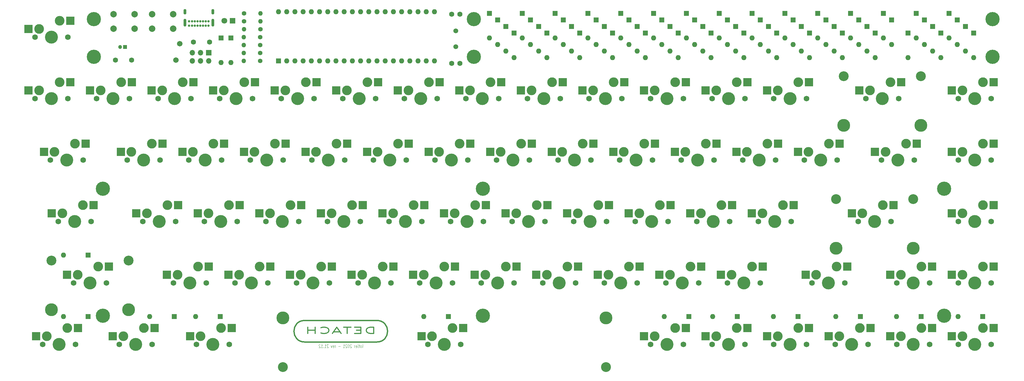
<source format=gbs>
G04 #@! TF.GenerationSoftware,KiCad,Pcbnew,(5.1.10)-1*
G04 #@! TF.CreationDate,2021-12-05T16:06:09-05:00*
G04 #@! TF.ProjectId,detach,64657461-6368-42e6-9b69-6361645f7063,rev?*
G04 #@! TF.SameCoordinates,Original*
G04 #@! TF.FileFunction,Soldermask,Bot*
G04 #@! TF.FilePolarity,Negative*
%FSLAX46Y46*%
G04 Gerber Fmt 4.6, Leading zero omitted, Abs format (unit mm)*
G04 Created by KiCad (PCBNEW (5.1.10)-1) date 2021-12-05 16:06:09*
%MOMM*%
%LPD*%
G01*
G04 APERTURE LIST*
%ADD10C,0.125000*%
%ADD11C,0.350000*%
%ADD12C,0.400000*%
%ADD13C,3.048000*%
%ADD14C,3.987800*%
%ADD15R,2.550000X2.500000*%
%ADD16C,1.750000*%
%ADD17C,4.000000*%
%ADD18C,3.000000*%
%ADD19C,1.710000*%
%ADD20O,1.600000X1.600000*%
%ADD21R,1.600000X1.600000*%
%ADD22C,4.400000*%
%ADD23O,1.400000X1.400000*%
%ADD24C,1.400000*%
%ADD25C,1.200000*%
%ADD26R,1.200000X1.200000*%
%ADD27C,1.600000*%
%ADD28C,1.500000*%
%ADD29C,1.800000*%
%ADD30R,1.800000X1.800000*%
%ADD31O,1.700000X1.700000*%
%ADD32R,1.700000X1.700000*%
%ADD33C,2.000000*%
%ADD34O,0.900000X1.700000*%
%ADD35O,0.900000X2.400000*%
%ADD36C,0.700000*%
G04 APERTURE END LIST*
D10*
X170509715Y-183390590D02*
X170581144Y-183342971D01*
X170616858Y-183247733D01*
X170616858Y-182390590D01*
X170116858Y-183390590D02*
X170188286Y-183342971D01*
X170224001Y-183295352D01*
X170259715Y-183200114D01*
X170259715Y-182914400D01*
X170224001Y-182819162D01*
X170188286Y-182771543D01*
X170116858Y-182723924D01*
X170009715Y-182723924D01*
X169938286Y-182771543D01*
X169902572Y-182819162D01*
X169866858Y-182914400D01*
X169866858Y-183200114D01*
X169902572Y-183295352D01*
X169938286Y-183342971D01*
X170009715Y-183390590D01*
X170116858Y-183390590D01*
X169652572Y-182723924D02*
X169366858Y-182723924D01*
X169545429Y-182390590D02*
X169545429Y-183247733D01*
X169509715Y-183342971D01*
X169438286Y-183390590D01*
X169366858Y-183390590D01*
X169116858Y-183390590D02*
X169116858Y-182723924D01*
X169116858Y-182390590D02*
X169152572Y-182438210D01*
X169116858Y-182485829D01*
X169081144Y-182438210D01*
X169116858Y-182390590D01*
X169116858Y-182485829D01*
X168474001Y-183342971D02*
X168545429Y-183390590D01*
X168688286Y-183390590D01*
X168759715Y-183342971D01*
X168795429Y-183247733D01*
X168795429Y-182866781D01*
X168759715Y-182771543D01*
X168688286Y-182723924D01*
X168545429Y-182723924D01*
X168474001Y-182771543D01*
X168438286Y-182866781D01*
X168438286Y-182962019D01*
X168795429Y-183057257D01*
X168116858Y-183390590D02*
X168116858Y-182723924D01*
X168116858Y-182914400D02*
X168081144Y-182819162D01*
X168045429Y-182771543D01*
X167974001Y-182723924D01*
X167902572Y-182723924D01*
X167116858Y-182485829D02*
X167081144Y-182438210D01*
X167009715Y-182390590D01*
X166831144Y-182390590D01*
X166759715Y-182438210D01*
X166724001Y-182485829D01*
X166688286Y-182581067D01*
X166688286Y-182676305D01*
X166724001Y-182819162D01*
X167152572Y-183390590D01*
X166688286Y-183390590D01*
X166224001Y-182390590D02*
X166152572Y-182390590D01*
X166081144Y-182438210D01*
X166045429Y-182485829D01*
X166009715Y-182581067D01*
X165974001Y-182771543D01*
X165974001Y-183009638D01*
X166009715Y-183200114D01*
X166045429Y-183295352D01*
X166081144Y-183342971D01*
X166152572Y-183390590D01*
X166224001Y-183390590D01*
X166295429Y-183342971D01*
X166331144Y-183295352D01*
X166366858Y-183200114D01*
X166402572Y-183009638D01*
X166402572Y-182771543D01*
X166366858Y-182581067D01*
X166331144Y-182485829D01*
X166295429Y-182438210D01*
X166224001Y-182390590D01*
X165688286Y-182485829D02*
X165652572Y-182438210D01*
X165581144Y-182390590D01*
X165402572Y-182390590D01*
X165331144Y-182438210D01*
X165295429Y-182485829D01*
X165259715Y-182581067D01*
X165259715Y-182676305D01*
X165295429Y-182819162D01*
X165724001Y-183390590D01*
X165259715Y-183390590D01*
X164545429Y-183390590D02*
X164974001Y-183390590D01*
X164759715Y-183390590D02*
X164759715Y-182390590D01*
X164831144Y-182533448D01*
X164902572Y-182628686D01*
X164974001Y-182676305D01*
X163652572Y-183009638D02*
X163081144Y-183009638D01*
X162152572Y-183390590D02*
X162152572Y-182723924D01*
X162152572Y-182914400D02*
X162116858Y-182819162D01*
X162081144Y-182771543D01*
X162009715Y-182723924D01*
X161938286Y-182723924D01*
X161402572Y-183342971D02*
X161474001Y-183390590D01*
X161616858Y-183390590D01*
X161688286Y-183342971D01*
X161724001Y-183247733D01*
X161724001Y-182866781D01*
X161688286Y-182771543D01*
X161616858Y-182723924D01*
X161474001Y-182723924D01*
X161402572Y-182771543D01*
X161366858Y-182866781D01*
X161366858Y-182962019D01*
X161724001Y-183057257D01*
X161116858Y-182723924D02*
X160938286Y-183390590D01*
X160759715Y-182723924D01*
X159938286Y-182485829D02*
X159902572Y-182438210D01*
X159831144Y-182390590D01*
X159652572Y-182390590D01*
X159581144Y-182438210D01*
X159545429Y-182485829D01*
X159509715Y-182581067D01*
X159509715Y-182676305D01*
X159545429Y-182819162D01*
X159974001Y-183390590D01*
X159509715Y-183390590D01*
X158795429Y-183390590D02*
X159224001Y-183390590D01*
X159009715Y-183390590D02*
X159009715Y-182390590D01*
X159081144Y-182533448D01*
X159152572Y-182628686D01*
X159224001Y-182676305D01*
X158474001Y-183295352D02*
X158438286Y-183342971D01*
X158474001Y-183390590D01*
X158509715Y-183342971D01*
X158474001Y-183295352D01*
X158474001Y-183390590D01*
X157724001Y-183390590D02*
X158152572Y-183390590D01*
X157938286Y-183390590D02*
X157938286Y-182390590D01*
X158009715Y-182533448D01*
X158081144Y-182628686D01*
X158152572Y-182676305D01*
X157438286Y-182485829D02*
X157402572Y-182438210D01*
X157331144Y-182390590D01*
X157152572Y-182390590D01*
X157081144Y-182438210D01*
X157045429Y-182485829D01*
X157009715Y-182581067D01*
X157009715Y-182676305D01*
X157045429Y-182819162D01*
X157474001Y-183390590D01*
X157009715Y-183390590D01*
D11*
X174021620Y-179016971D02*
X174021620Y-177016971D01*
X173069239Y-177016971D01*
X172497810Y-177112210D01*
X172116858Y-177302686D01*
X171926382Y-177493162D01*
X171735905Y-177874114D01*
X171735905Y-178159829D01*
X171926382Y-178540781D01*
X172116858Y-178731257D01*
X172497810Y-178921733D01*
X173069239Y-179016971D01*
X174021620Y-179016971D01*
X170021620Y-177969352D02*
X168688286Y-177969352D01*
X168116858Y-179016971D02*
X170021620Y-179016971D01*
X170021620Y-177016971D01*
X168116858Y-177016971D01*
X166974001Y-177016971D02*
X164688286Y-177016971D01*
X165831144Y-179016971D02*
X165831144Y-177016971D01*
X163545429Y-178445543D02*
X161640667Y-178445543D01*
X163926382Y-179016971D02*
X162593048Y-177016971D01*
X161259715Y-179016971D01*
X157640667Y-178826495D02*
X157831144Y-178921733D01*
X158402572Y-179016971D01*
X158783524Y-179016971D01*
X159354953Y-178921733D01*
X159735905Y-178731257D01*
X159926382Y-178540781D01*
X160116858Y-178159829D01*
X160116858Y-177874114D01*
X159926382Y-177493162D01*
X159735905Y-177302686D01*
X159354953Y-177112210D01*
X158783524Y-177016971D01*
X158402572Y-177016971D01*
X157831144Y-177112210D01*
X157640667Y-177207448D01*
X155926382Y-179016971D02*
X155926382Y-177016971D01*
X155926382Y-177969352D02*
X153640667Y-177969352D01*
X153640667Y-179016971D02*
X153640667Y-177016971D01*
D12*
X174941144Y-174952210D02*
X152661144Y-174952210D01*
X174961144Y-181632210D02*
X152661144Y-181632210D01*
X152671144Y-174952210D02*
G75*
G03*
X152671144Y-181632210I0J-3340000D01*
G01*
X174971144Y-181632210D02*
G75*
G03*
X174971144Y-174952210I0J3340000D01*
G01*
D13*
X98118000Y-156365000D03*
X74242000Y-156365000D03*
D14*
X98118000Y-171605000D03*
X74242000Y-171605000D03*
D13*
X340998000Y-137325000D03*
X317122000Y-137325000D03*
D14*
X340998000Y-152565000D03*
X317122000Y-152565000D03*
D13*
X343328000Y-99225000D03*
X319452000Y-99225000D03*
D14*
X343328000Y-114465000D03*
X319452000Y-114465000D03*
X145872000Y-174145000D03*
X245872000Y-174145000D03*
D13*
X145872000Y-189385000D03*
X245872000Y-189385000D03*
D15*
X365855250Y-139223750D03*
X352928250Y-141763750D03*
D16*
X365093250Y-144303750D03*
X354933250Y-144303750D03*
D17*
X360013250Y-144303750D03*
D18*
X362553250Y-139223750D03*
X356203250Y-141763750D03*
D15*
X199168250Y-158273750D03*
X186241250Y-160813750D03*
D16*
X198406250Y-163353750D03*
X188246250Y-163353750D03*
D17*
X193326250Y-163353750D03*
D18*
X195866250Y-158273750D03*
X189516250Y-160813750D03*
D15*
X132492750Y-139223750D03*
X119565750Y-141763750D03*
D16*
X131730750Y-144303750D03*
X121570750Y-144303750D03*
D17*
X126650750Y-144303750D03*
D18*
X129190750Y-139223750D03*
X122840750Y-141763750D03*
D15*
X294418250Y-158273750D03*
X281491250Y-160813750D03*
D16*
X293656250Y-163353750D03*
X283496250Y-163353750D03*
D17*
X288576250Y-163353750D03*
D18*
X291116250Y-158273750D03*
X284766250Y-160813750D03*
D15*
X275368250Y-158273750D03*
X262441250Y-160813750D03*
D16*
X274606250Y-163353750D03*
X264446250Y-163353750D03*
D17*
X269526250Y-163353750D03*
D18*
X272066250Y-158273750D03*
X265716250Y-160813750D03*
D15*
X201714000Y-177320000D03*
X188787000Y-179860000D03*
D16*
X200952000Y-182400000D03*
X190792000Y-182400000D03*
D17*
X195872000Y-182400000D03*
D18*
X198412000Y-177320000D03*
X192062000Y-179860000D03*
D15*
X130102000Y-177320000D03*
X117175000Y-179860000D03*
D16*
X129340000Y-182400000D03*
X119180000Y-182400000D03*
D17*
X124260000Y-182400000D03*
D18*
X126800000Y-177320000D03*
X120450000Y-179860000D03*
D15*
X106172000Y-177320000D03*
X93245000Y-179860000D03*
D16*
X105410000Y-182400000D03*
X95250000Y-182400000D03*
D17*
X100330000Y-182400000D03*
D18*
X102870000Y-177320000D03*
X96520000Y-179860000D03*
D15*
X82482000Y-177320000D03*
X69555000Y-179860000D03*
D16*
X81720000Y-182400000D03*
X71560000Y-182400000D03*
D17*
X76640000Y-182400000D03*
D18*
X79180000Y-177320000D03*
X72830000Y-179860000D03*
D15*
X320612000Y-158250000D03*
X307685000Y-160790000D03*
D16*
X319850000Y-163330000D03*
X309690000Y-163330000D03*
D17*
X314770000Y-163330000D03*
D18*
X317310000Y-158250000D03*
X310960000Y-160790000D03*
D15*
X289652000Y-177320000D03*
X276725000Y-179860000D03*
D16*
X288890000Y-182400000D03*
X278730000Y-182400000D03*
D17*
X283810000Y-182400000D03*
D18*
X286350000Y-177320000D03*
X280000000Y-179860000D03*
D15*
X270602000Y-177320000D03*
X257675000Y-179860000D03*
D16*
X269840000Y-182400000D03*
X259680000Y-182400000D03*
D17*
X264760000Y-182400000D03*
D18*
X267300000Y-177320000D03*
X260950000Y-179860000D03*
D15*
X227742250Y-139223750D03*
X214815250Y-141763750D03*
D16*
X226980250Y-144303750D03*
X216820250Y-144303750D03*
D17*
X221900250Y-144303750D03*
D18*
X224440250Y-139223750D03*
X218090250Y-141763750D03*
D15*
X208692250Y-139223750D03*
X195765250Y-141763750D03*
D16*
X207930250Y-144303750D03*
X197770250Y-144303750D03*
D17*
X202850250Y-144303750D03*
D18*
X205390250Y-139223750D03*
X199040250Y-141763750D03*
D15*
X170592250Y-139223750D03*
X157665250Y-141763750D03*
D16*
X169830250Y-144303750D03*
X159670250Y-144303750D03*
D17*
X164750250Y-144303750D03*
D18*
X167290250Y-139223750D03*
X160940250Y-141763750D03*
D15*
X92022000Y-158270000D03*
X79095000Y-160810000D03*
D16*
X91260000Y-163350000D03*
X81100000Y-163350000D03*
D17*
X86180000Y-163350000D03*
D18*
X88720000Y-158270000D03*
X82370000Y-160810000D03*
D15*
X334902000Y-139230000D03*
X321975000Y-141770000D03*
D16*
X334140000Y-144310000D03*
X323980000Y-144310000D03*
D17*
X329060000Y-144310000D03*
D18*
X331600000Y-139230000D03*
X325250000Y-141770000D03*
D15*
X87272000Y-139220000D03*
X74345000Y-141760000D03*
D16*
X86510000Y-144300000D03*
X76350000Y-144300000D03*
D17*
X81430000Y-144300000D03*
D18*
X83970000Y-139220000D03*
X77620000Y-141760000D03*
D15*
X342042000Y-120190000D03*
X329115000Y-122730000D03*
D16*
X341280000Y-125270000D03*
X331120000Y-125270000D03*
D17*
X336200000Y-125270000D03*
D18*
X338740000Y-120190000D03*
X332390000Y-122730000D03*
D15*
X84882000Y-120170000D03*
X71955000Y-122710000D03*
D16*
X84120000Y-125250000D03*
X73960000Y-125250000D03*
D17*
X79040000Y-125250000D03*
D18*
X81580000Y-120170000D03*
X75230000Y-122710000D03*
D15*
X337232000Y-101130000D03*
X324305000Y-103670000D03*
D16*
X336470000Y-106210000D03*
X326310000Y-106210000D03*
D17*
X331390000Y-106210000D03*
D18*
X333930000Y-101130000D03*
X327580000Y-103670000D03*
D15*
X270605250Y-101123750D03*
X257678250Y-103663750D03*
D16*
X269843250Y-106203750D03*
X259683250Y-106203750D03*
D17*
X264763250Y-106203750D03*
D18*
X267303250Y-101123750D03*
X260953250Y-103663750D03*
D15*
X127730250Y-120173750D03*
X114803250Y-122713750D03*
D16*
X126968250Y-125253750D03*
X116808250Y-125253750D03*
D17*
X121888250Y-125253750D03*
D18*
X124428250Y-120173750D03*
X118078250Y-122713750D03*
D15*
X251555250Y-101123750D03*
X238628250Y-103663750D03*
D16*
X250793250Y-106203750D03*
X240633250Y-106203750D03*
D17*
X245713250Y-106203750D03*
D18*
X248253250Y-101123750D03*
X241903250Y-103663750D03*
D15*
X137255250Y-101123750D03*
X124328250Y-103663750D03*
D16*
X136493250Y-106203750D03*
X126333250Y-106203750D03*
D17*
X131413250Y-106203750D03*
D18*
X133953250Y-101123750D03*
X127603250Y-103663750D03*
D15*
X308705250Y-101123750D03*
X295778250Y-103663750D03*
D16*
X307943250Y-106203750D03*
X297783250Y-106203750D03*
D17*
X302863250Y-106203750D03*
D18*
X305403250Y-101123750D03*
X299053250Y-103663750D03*
D15*
X146780250Y-120173750D03*
X133853250Y-122713750D03*
D16*
X146018250Y-125253750D03*
X135858250Y-125253750D03*
D17*
X140938250Y-125253750D03*
D18*
X143478250Y-120173750D03*
X137128250Y-122713750D03*
D15*
X80105250Y-101123750D03*
X67178250Y-103663750D03*
D16*
X79343250Y-106203750D03*
X69183250Y-106203750D03*
D17*
X74263250Y-106203750D03*
D18*
X76803250Y-101123750D03*
X70453250Y-103663750D03*
D15*
X99155250Y-101123750D03*
X86228250Y-103663750D03*
D16*
X98393250Y-106203750D03*
X88233250Y-106203750D03*
D17*
X93313250Y-106203750D03*
D18*
X95853250Y-101123750D03*
X89503250Y-103663750D03*
D15*
X118205250Y-101123750D03*
X105278250Y-103663750D03*
D16*
X117443250Y-106203750D03*
X107283250Y-106203750D03*
D17*
X112363250Y-106203750D03*
D18*
X114903250Y-101123750D03*
X108553250Y-103663750D03*
D15*
X156305250Y-101123750D03*
X143378250Y-103663750D03*
D16*
X155543250Y-106203750D03*
X145383250Y-106203750D03*
D17*
X150463250Y-106203750D03*
D18*
X153003250Y-101123750D03*
X146653250Y-103663750D03*
D15*
X175355250Y-101123750D03*
X162428250Y-103663750D03*
D16*
X174593250Y-106203750D03*
X164433250Y-106203750D03*
D17*
X169513250Y-106203750D03*
D18*
X172053250Y-101123750D03*
X165703250Y-103663750D03*
D15*
X194405250Y-101123750D03*
X181478250Y-103663750D03*
D16*
X193643250Y-106203750D03*
X183483250Y-106203750D03*
D17*
X188563250Y-106203750D03*
D18*
X191103250Y-101123750D03*
X184753250Y-103663750D03*
D15*
X213455250Y-101123750D03*
X200528250Y-103663750D03*
D16*
X212693250Y-106203750D03*
X202533250Y-106203750D03*
D17*
X207613250Y-106203750D03*
D18*
X210153250Y-101123750D03*
X203803250Y-103663750D03*
D15*
X232505250Y-101123750D03*
X219578250Y-103663750D03*
D16*
X231743250Y-106203750D03*
X221583250Y-106203750D03*
D17*
X226663250Y-106203750D03*
D18*
X229203250Y-101123750D03*
X222853250Y-103663750D03*
D15*
X289655250Y-101123750D03*
X276728250Y-103663750D03*
D16*
X288893250Y-106203750D03*
X278733250Y-106203750D03*
D17*
X283813250Y-106203750D03*
D18*
X286353250Y-101123750D03*
X280003250Y-103663750D03*
D15*
X365855250Y-101123750D03*
X352928250Y-103663750D03*
D16*
X365093250Y-106203750D03*
X354933250Y-106203750D03*
D17*
X360013250Y-106203750D03*
D18*
X362553250Y-101123750D03*
X356203250Y-103663750D03*
D15*
X108680250Y-120173750D03*
X95753250Y-122713750D03*
D16*
X107918250Y-125253750D03*
X97758250Y-125253750D03*
D17*
X102838250Y-125253750D03*
D18*
X105378250Y-120173750D03*
X99028250Y-122713750D03*
D15*
X165830250Y-120173750D03*
X152903250Y-122713750D03*
D16*
X165068250Y-125253750D03*
X154908250Y-125253750D03*
D17*
X159988250Y-125253750D03*
D18*
X162528250Y-120173750D03*
X156178250Y-122713750D03*
D15*
X184880250Y-120173750D03*
X171953250Y-122713750D03*
D16*
X184118250Y-125253750D03*
X173958250Y-125253750D03*
D17*
X179038250Y-125253750D03*
D18*
X181578250Y-120173750D03*
X175228250Y-122713750D03*
D15*
X203930250Y-120173750D03*
X191003250Y-122713750D03*
D16*
X203168250Y-125253750D03*
X193008250Y-125253750D03*
D17*
X198088250Y-125253750D03*
D18*
X200628250Y-120173750D03*
X194278250Y-122713750D03*
D15*
X222980250Y-120173750D03*
X210053250Y-122713750D03*
D16*
X222218250Y-125253750D03*
X212058250Y-125253750D03*
D17*
X217138250Y-125253750D03*
D18*
X219678250Y-120173750D03*
X213328250Y-122713750D03*
D15*
X242030250Y-120173750D03*
X229103250Y-122713750D03*
D16*
X241268250Y-125253750D03*
X231108250Y-125253750D03*
D17*
X236188250Y-125253750D03*
D18*
X238728250Y-120173750D03*
X232378250Y-122713750D03*
D15*
X261080250Y-120173750D03*
X248153250Y-122713750D03*
D16*
X260318250Y-125253750D03*
X250158250Y-125253750D03*
D17*
X255238250Y-125253750D03*
D18*
X257778250Y-120173750D03*
X251428250Y-122713750D03*
D15*
X280130250Y-120173750D03*
X267203250Y-122713750D03*
D16*
X279368250Y-125253750D03*
X269208250Y-125253750D03*
D17*
X274288250Y-125253750D03*
D18*
X276828250Y-120173750D03*
X270478250Y-122713750D03*
D15*
X299180250Y-120173750D03*
X286253250Y-122713750D03*
D16*
X298418250Y-125253750D03*
X288258250Y-125253750D03*
D17*
X293338250Y-125253750D03*
D18*
X295878250Y-120173750D03*
X289528250Y-122713750D03*
D15*
X318230250Y-120173750D03*
X305303250Y-122713750D03*
D16*
X317468250Y-125253750D03*
X307308250Y-125253750D03*
D17*
X312388250Y-125253750D03*
D18*
X314928250Y-120173750D03*
X308578250Y-122713750D03*
D15*
X365855250Y-120173750D03*
X352928250Y-122713750D03*
D16*
X365093250Y-125253750D03*
X354933250Y-125253750D03*
D17*
X360013250Y-125253750D03*
D18*
X362553250Y-120173750D03*
X356203250Y-122713750D03*
D15*
X113442750Y-139223750D03*
X100515750Y-141763750D03*
D16*
X112680750Y-144303750D03*
X102520750Y-144303750D03*
D17*
X107600750Y-144303750D03*
D18*
X110140750Y-139223750D03*
X103790750Y-141763750D03*
D15*
X151542750Y-139223750D03*
X138615750Y-141763750D03*
D16*
X150780750Y-144303750D03*
X140620750Y-144303750D03*
D17*
X145700750Y-144303750D03*
D18*
X148240750Y-139223750D03*
X141890750Y-141763750D03*
D15*
X189642250Y-139223750D03*
X176715250Y-141763750D03*
D16*
X188880250Y-144303750D03*
X178720250Y-144303750D03*
D17*
X183800250Y-144303750D03*
D18*
X186340250Y-139223750D03*
X179990250Y-141763750D03*
D15*
X246792250Y-139223750D03*
X233865250Y-141763750D03*
D16*
X246030250Y-144303750D03*
X235870250Y-144303750D03*
D17*
X240950250Y-144303750D03*
D18*
X243490250Y-139223750D03*
X237140250Y-141763750D03*
D15*
X265842250Y-139223750D03*
X252915250Y-141763750D03*
D16*
X265080250Y-144303750D03*
X254920250Y-144303750D03*
D17*
X260000250Y-144303750D03*
D18*
X262540250Y-139223750D03*
X256190250Y-141763750D03*
D15*
X284892250Y-139223750D03*
X271965250Y-141763750D03*
D16*
X284130250Y-144303750D03*
X273970250Y-144303750D03*
D17*
X279050250Y-144303750D03*
D18*
X281590250Y-139223750D03*
X275240250Y-141763750D03*
D15*
X303942250Y-139223750D03*
X291015250Y-141763750D03*
D16*
X303180250Y-144303750D03*
X293020250Y-144303750D03*
D17*
X298100250Y-144303750D03*
D18*
X300640250Y-139223750D03*
X294290250Y-141763750D03*
D15*
X122967750Y-158273750D03*
X110040750Y-160813750D03*
D16*
X122205750Y-163353750D03*
X112045750Y-163353750D03*
D17*
X117125750Y-163353750D03*
D18*
X119665750Y-158273750D03*
X113315750Y-160813750D03*
D15*
X142017750Y-158273750D03*
X129090750Y-160813750D03*
D16*
X141255750Y-163353750D03*
X131095750Y-163353750D03*
D17*
X136175750Y-163353750D03*
D18*
X138715750Y-158273750D03*
X132365750Y-160813750D03*
D15*
X161067750Y-158273750D03*
X148140750Y-160813750D03*
D16*
X160305750Y-163353750D03*
X150145750Y-163353750D03*
D17*
X155225750Y-163353750D03*
D18*
X157765750Y-158273750D03*
X151415750Y-160813750D03*
D15*
X180118250Y-158273750D03*
X167191250Y-160813750D03*
D16*
X179356250Y-163353750D03*
X169196250Y-163353750D03*
D17*
X174276250Y-163353750D03*
D18*
X176816250Y-158273750D03*
X170466250Y-160813750D03*
D15*
X218218250Y-158273750D03*
X205291250Y-160813750D03*
D16*
X217456250Y-163353750D03*
X207296250Y-163353750D03*
D17*
X212376250Y-163353750D03*
D18*
X214916250Y-158273750D03*
X208566250Y-160813750D03*
D15*
X237268250Y-158273750D03*
X224341250Y-160813750D03*
D16*
X236506250Y-163353750D03*
X226346250Y-163353750D03*
D17*
X231426250Y-163353750D03*
D18*
X233966250Y-158273750D03*
X227616250Y-160813750D03*
D15*
X256318250Y-158273750D03*
X243391250Y-160813750D03*
D16*
X255556250Y-163353750D03*
X245396250Y-163353750D03*
D17*
X250476250Y-163353750D03*
D18*
X253016250Y-158273750D03*
X246666250Y-160813750D03*
D15*
X346805250Y-158273750D03*
X333878250Y-160813750D03*
D16*
X346043250Y-163353750D03*
X335883250Y-163353750D03*
D17*
X340963250Y-163353750D03*
D18*
X343503250Y-158273750D03*
X337153250Y-160813750D03*
D15*
X365855250Y-158273750D03*
X352928250Y-160813750D03*
D16*
X365093250Y-163353750D03*
X354933250Y-163353750D03*
D17*
X360013250Y-163353750D03*
D18*
X362553250Y-158273750D03*
X356203250Y-160813750D03*
D15*
X327755250Y-177320000D03*
X314828250Y-179860000D03*
D16*
X326993250Y-182400000D03*
X316833250Y-182400000D03*
D17*
X321913250Y-182400000D03*
D18*
X324453250Y-177320000D03*
X318103250Y-179860000D03*
D15*
X346805250Y-177320000D03*
X333878250Y-179860000D03*
D16*
X346043250Y-182400000D03*
X335883250Y-182400000D03*
D17*
X340963250Y-182400000D03*
D18*
X343503250Y-177320000D03*
X337153250Y-179860000D03*
D15*
X365855250Y-177320000D03*
X352928250Y-179860000D03*
D16*
X365093250Y-182400000D03*
X354933250Y-182400000D03*
D17*
X360013250Y-182400000D03*
D18*
X362553250Y-177320000D03*
X356203250Y-179860000D03*
D15*
X308705528Y-177320000D03*
X295778528Y-179860000D03*
D16*
X307943528Y-182400000D03*
X297783528Y-182400000D03*
D17*
X302863528Y-182400000D03*
D18*
X305403528Y-177320000D03*
X299053528Y-179860000D03*
D15*
X80105250Y-82072000D03*
X67178250Y-84612000D03*
D16*
X79343250Y-87152000D03*
X69183250Y-87152000D03*
D17*
X74263250Y-87152000D03*
D18*
X76803250Y-82072000D03*
X70453250Y-84612000D03*
D19*
X113976000Y-89134000D03*
X112776000Y-94234000D03*
D20*
X354838000Y-173736000D03*
D21*
X362458000Y-173736000D03*
D20*
X335788000Y-173736000D03*
D21*
X343408000Y-173736000D03*
D20*
X316992000Y-173736000D03*
D21*
X324612000Y-173736000D03*
D20*
X297688000Y-173736000D03*
D21*
X305308000Y-173736000D03*
D20*
X278892000Y-173736000D03*
D21*
X286512000Y-173736000D03*
D20*
X263906000Y-173736000D03*
D21*
X271526000Y-173736000D03*
D20*
X189484000Y-173736000D03*
D21*
X197104000Y-173736000D03*
D20*
X118872000Y-173736000D03*
D21*
X126492000Y-173736000D03*
D20*
X104648000Y-173736000D03*
D21*
X112268000Y-173736000D03*
D20*
X77978000Y-173736000D03*
D21*
X85598000Y-173736000D03*
D20*
X77978000Y-154686000D03*
D21*
X85598000Y-154686000D03*
D22*
X207768000Y-173482000D03*
D23*
X133816316Y-92032665D03*
D24*
X138896316Y-92032665D03*
D23*
X133816316Y-89577332D03*
D24*
X138896316Y-89577332D03*
D23*
X133816316Y-87121999D03*
D24*
X138896316Y-87121999D03*
D23*
X133858000Y-84666666D03*
D24*
X138938000Y-84666666D03*
D23*
X138938000Y-79756000D03*
D24*
X133858000Y-79756000D03*
D23*
X138938000Y-82211333D03*
D24*
X133858000Y-82211333D03*
D23*
X133816316Y-94488000D03*
D24*
X138896316Y-94488000D03*
D25*
X95528000Y-90170000D03*
D26*
X97028000Y-90170000D03*
D27*
X118190000Y-88646000D03*
X123190000Y-88646000D03*
X94060000Y-94234000D03*
X99060000Y-94234000D03*
X198140000Y-80010000D03*
X200640000Y-80010000D03*
X198140000Y-95250000D03*
X200640000Y-95250000D03*
D28*
X199390000Y-85200000D03*
X199390000Y-90080000D03*
D29*
X127762000Y-82042000D03*
D30*
X130302000Y-82042000D03*
D31*
X117856000Y-94488000D03*
X117856000Y-91948000D03*
X120396000Y-94488000D03*
X120396000Y-91948000D03*
X122936000Y-94488000D03*
D32*
X122936000Y-91948000D03*
D20*
X144526000Y-79248000D03*
X192786000Y-94488000D03*
X147066000Y-79248000D03*
X190246000Y-94488000D03*
X149606000Y-79248000D03*
X187706000Y-94488000D03*
X152146000Y-79248000D03*
X185166000Y-94488000D03*
X154686000Y-79248000D03*
X182626000Y-94488000D03*
X157226000Y-79248000D03*
X180086000Y-94488000D03*
X159766000Y-79248000D03*
X177546000Y-94488000D03*
X162306000Y-79248000D03*
X175006000Y-94488000D03*
X164846000Y-79248000D03*
X172466000Y-94488000D03*
X167386000Y-79248000D03*
X169926000Y-94488000D03*
X169926000Y-79248000D03*
X167386000Y-94488000D03*
X172466000Y-79248000D03*
X164846000Y-94488000D03*
X175006000Y-79248000D03*
X162306000Y-94488000D03*
X177546000Y-79248000D03*
X159766000Y-94488000D03*
X180086000Y-79248000D03*
X157226000Y-94488000D03*
X182626000Y-79248000D03*
X154686000Y-94488000D03*
X185166000Y-79248000D03*
X152146000Y-94488000D03*
X187706000Y-79248000D03*
X149606000Y-94488000D03*
X190246000Y-79248000D03*
X147066000Y-94488000D03*
X192786000Y-79248000D03*
D21*
X144526000Y-94488000D03*
D20*
X339344000Y-93472000D03*
D21*
X339344000Y-85852000D03*
D20*
X222504000Y-89376000D03*
D21*
X222504000Y-81756000D03*
D20*
X225044000Y-91440000D03*
D21*
X225044000Y-83820000D03*
D20*
X227584000Y-93472000D03*
D21*
X227584000Y-85852000D03*
D20*
X214884000Y-91440000D03*
D21*
X214884000Y-83820000D03*
D20*
X212344000Y-89376000D03*
D21*
X212344000Y-81756000D03*
D20*
X217424000Y-93472000D03*
D21*
X217424000Y-85852000D03*
D20*
X219964000Y-87376000D03*
D21*
X219964000Y-79756000D03*
D20*
X230124000Y-87376000D03*
D21*
X230124000Y-79756000D03*
D20*
X240284000Y-87376000D03*
D21*
X240284000Y-79756000D03*
D20*
X232664000Y-89376000D03*
D21*
X232664000Y-81756000D03*
D20*
X242824000Y-89376000D03*
D21*
X242824000Y-81756000D03*
D20*
X235204000Y-91440000D03*
D21*
X235204000Y-83820000D03*
D20*
X237744000Y-93472000D03*
D21*
X237744000Y-85852000D03*
D20*
X209804000Y-87376000D03*
D21*
X209804000Y-79756000D03*
D20*
X250444000Y-87376000D03*
D21*
X250444000Y-79756000D03*
D20*
X260604000Y-87376000D03*
D21*
X260604000Y-79756000D03*
D20*
X270764000Y-87376000D03*
D21*
X270764000Y-79756000D03*
D20*
X280924000Y-87376000D03*
D21*
X280924000Y-79756000D03*
D20*
X291084000Y-87376000D03*
D21*
X291084000Y-79756000D03*
D20*
X301282736Y-87376000D03*
D21*
X301282736Y-79756000D03*
D20*
X311404000Y-87376000D03*
D21*
X311404000Y-79756000D03*
D20*
X321564000Y-87376000D03*
D21*
X321564000Y-79756000D03*
D20*
X331724000Y-87376000D03*
D21*
X331724000Y-79756000D03*
D20*
X341884000Y-87376000D03*
D21*
X341884000Y-79756000D03*
D20*
X352044000Y-87376000D03*
D21*
X352044000Y-79756000D03*
D20*
X252984000Y-89376000D03*
D21*
X252984000Y-81756000D03*
D20*
X263144000Y-89376000D03*
D21*
X263144000Y-81756000D03*
D20*
X273304000Y-89376000D03*
D21*
X273304000Y-81756000D03*
D20*
X283464000Y-89376000D03*
D21*
X283464000Y-81756000D03*
D20*
X293624000Y-89376000D03*
D21*
X293624000Y-81756000D03*
D20*
X303784000Y-89376000D03*
D21*
X303784000Y-81756000D03*
D20*
X313944000Y-89376000D03*
D21*
X313944000Y-81756000D03*
D20*
X324104000Y-89376000D03*
D21*
X324104000Y-81756000D03*
D20*
X334264000Y-89376000D03*
D21*
X334264000Y-81756000D03*
D20*
X344424000Y-89376000D03*
D21*
X344424000Y-81756000D03*
D20*
X354584000Y-89376000D03*
D21*
X354584000Y-81756000D03*
D20*
X245364000Y-91440000D03*
D21*
X245364000Y-83820000D03*
D20*
X255524000Y-91440000D03*
D21*
X255524000Y-83820000D03*
D20*
X265684000Y-91440000D03*
D21*
X265684000Y-83820000D03*
D20*
X275844000Y-91440000D03*
D21*
X275844000Y-83820000D03*
D20*
X286004000Y-91440000D03*
D21*
X286004000Y-83820000D03*
D20*
X296164000Y-91440000D03*
D21*
X296164000Y-83820000D03*
D20*
X306324000Y-91440000D03*
D21*
X306324000Y-83820000D03*
D20*
X316484000Y-91440000D03*
D21*
X316484000Y-83820000D03*
D20*
X326644000Y-91440000D03*
D21*
X326644000Y-83820000D03*
D20*
X346964000Y-91440000D03*
D21*
X346964000Y-83820000D03*
D20*
X357124000Y-91440000D03*
D21*
X357124000Y-83820000D03*
D20*
X247904000Y-93472000D03*
D21*
X247904000Y-85852000D03*
D20*
X258064000Y-93472000D03*
D21*
X258064000Y-85852000D03*
D20*
X268224000Y-93472000D03*
D21*
X268224000Y-85852000D03*
D20*
X278384000Y-93472000D03*
D21*
X278384000Y-85852000D03*
D20*
X288544000Y-93472000D03*
D21*
X288544000Y-85852000D03*
D20*
X298704000Y-93472000D03*
D21*
X298704000Y-85852000D03*
D20*
X308864000Y-93472000D03*
D21*
X308864000Y-85852000D03*
D20*
X319024000Y-93472000D03*
D21*
X319024000Y-85852000D03*
D20*
X329184000Y-93472000D03*
D21*
X329184000Y-85852000D03*
D20*
X349504000Y-93472000D03*
D21*
X349504000Y-85852000D03*
D20*
X359664000Y-93472000D03*
D21*
X359664000Y-85852000D03*
D20*
X126746000Y-94996000D03*
D21*
X126746000Y-87376000D03*
D20*
X129794000Y-95006196D03*
D21*
X129794000Y-87386196D03*
D33*
X111910000Y-80006000D03*
X111910000Y-84506000D03*
X105410000Y-80006000D03*
X105410000Y-84506000D03*
X99972000Y-80010000D03*
X99972000Y-84510000D03*
X93472000Y-80010000D03*
X93472000Y-84510000D03*
D34*
X115552000Y-79220000D03*
X124202000Y-79220000D03*
D35*
X115552000Y-82600000D03*
X124202000Y-82600000D03*
D36*
X119452000Y-82230000D03*
X116902000Y-82230000D03*
X117752000Y-82230000D03*
X118602000Y-82230000D03*
X122852000Y-82230000D03*
X121152000Y-82230000D03*
X120302000Y-82230000D03*
X122002000Y-82230000D03*
X116902000Y-83580000D03*
X117752000Y-83580000D03*
X118602000Y-83580000D03*
X119452000Y-83580000D03*
X120302000Y-83580000D03*
X121152000Y-83580000D03*
X122002000Y-83580000D03*
X122852000Y-83580000D03*
D22*
X365506000Y-93218000D03*
X365506000Y-81534000D03*
X204978000Y-93218000D03*
X87376000Y-81534000D03*
X87376000Y-93218000D03*
X204978000Y-81534000D03*
X90170000Y-134112000D03*
X207768000Y-134112000D03*
X350520000Y-134112000D03*
X350520000Y-173482000D03*
X90170000Y-173482000D03*
M02*

</source>
